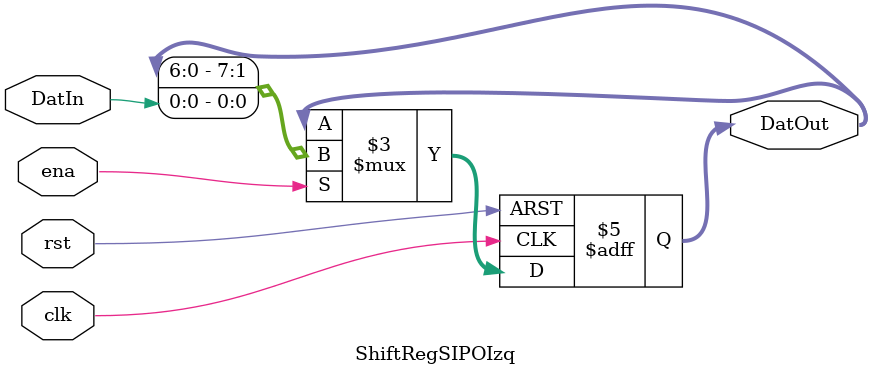
<source format=v>
`timescale 1ns / 1ps

module ShiftRegSIPOIzq(clk, rst, ena, DatIn, DatOut);

//Registro de corrimientos Serial In, Parallel Out
//A como se va a acertar el Enable, va a leer del DatIn, y 
//los va mostrando de manera paralela por medio del DatOut

	parameter LARGO = 8;
	input clk, rst, ena, DatIn;
	output reg[LARGO-1:0]DatOut;

always @(negedge clk, posedge rst)
	if(rst)
		DatOut 	= 0;
	else if(ena)
		DatOut = {DatOut[LARGO-2:0], DatIn};
	else
		DatOut = DatOut;

endmodule

</source>
